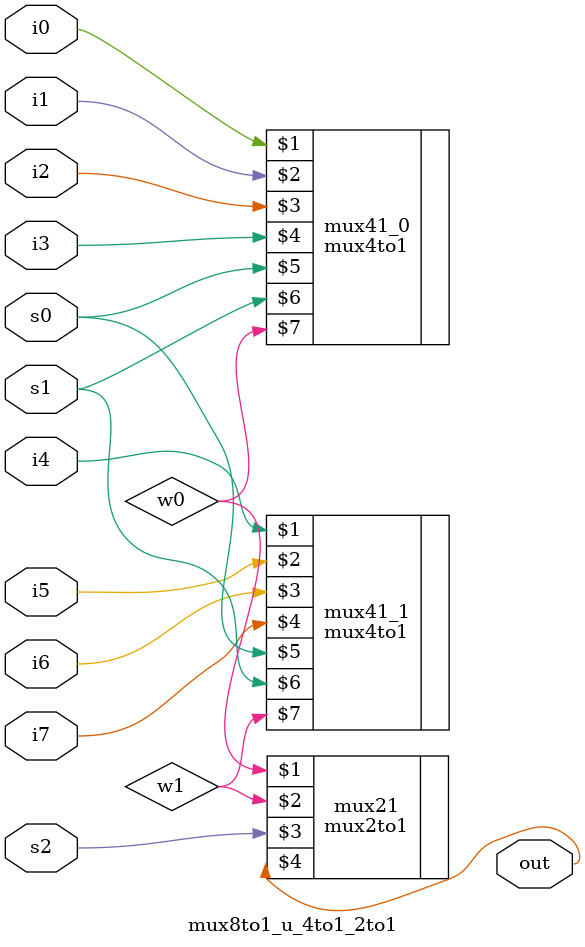
<source format=v>
module mux8to1_u_4to1_2to1
(
        input i0,
        input i1,
        input i2,
        input i3,
        input i4,
        input i5,
        input i6,
        input i7,
        input s0,
        input s1,
        input s2,
        output out
);
        wire w0, w1;
        mux4to1 mux41_0(i0, i1, i2, i3, s0, s1, w0);
        mux4to1 mux41_1(i4, i5, i6, i7, s0, s1, w1);
        mux2to1 mux21(w0, w1, s2, out);
endmodule        

</source>
